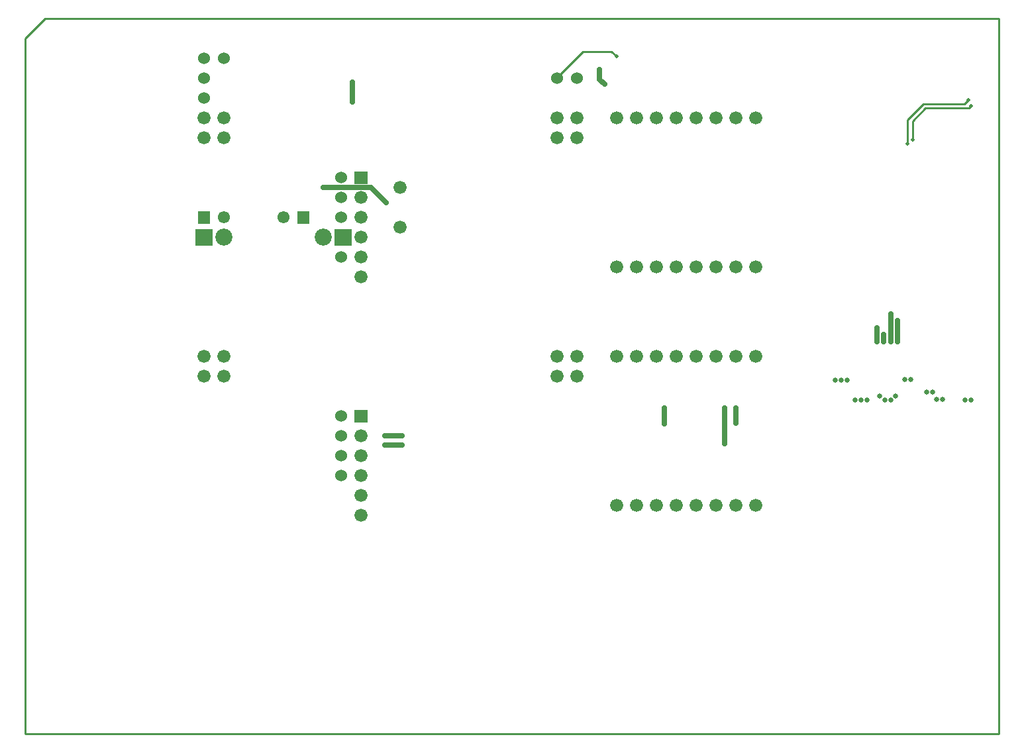
<source format=gbr>
G04 This is an RS-274x file exported by *
G04 gerbv version 2.7.0 *
G04 More information is available about gerbv at *
G04 http://gerbv.geda-project.org/ *
G04 --End of header info--*
%MOIN*%
%FSLAX36Y36*%
%IPPOS*%
G04 --Define apertures--*
%ADD10C,0.0100*%
%ADD11C,0.0250*%
%ADD12C,0.0600*%
%ADD13C,0.0200*%
%ADD14C,0.0001*%
%ADD15C,0.0800*%
%ADD16C,0.0550*%
%ADD17C,0.0380*%
%ADD18C,0.0500*%
%ADD19C,0.0300*%
%ADD20C,0.0660*%
%ADD21C,0.0260*%
%ADD22C,0.0860*%
%ADD23C,0.0610*%
G04 --Start main section--*
G01X0000000Y0000000D02*
G54D11*
G01X3520000Y1860000D02*
G01X3520000Y2040000D01*
G01X3575000Y1965000D02*
G01X3575000Y2040000D01*
G01X3215000Y2040000D02*
G01X3215000Y1960000D01*
G01X1895000Y1855000D02*
G01X1810000Y1855000D01*
G01X1810000Y1900000D02*
G01X1895000Y1900000D01*
G01X4390000Y2480000D02*
G01X4390000Y2375000D01*
G01X4355000Y2515000D02*
G01X4355000Y2375000D01*
G01X4320000Y2410000D02*
G01X4320000Y2375000D01*
G01X4285000Y2445000D02*
G01X4285000Y2375000D01*
G01X1645000Y3680000D02*
G01X1645000Y3580000D01*
G01X2890000Y3745000D02*
G01X2890000Y3695000D01*
G01X2890000Y3695000D02*
G01X2915000Y3670000D01*
G54D10*
G01X2675000Y3700000D02*
G01X2675000Y3705000D01*
G01X2675000Y3705000D02*
G01X2805000Y3835000D01*
G01X2805000Y3835000D02*
G01X2950000Y3835000D01*
G01X2950000Y3835000D02*
G01X2975000Y3810000D01*
G54D11*
G01X1500000Y3150000D02*
G01X1740000Y3150000D01*
G01X1740000Y3150000D02*
G01X1815000Y3075000D01*
G54D10*
G01X4745000Y3590000D02*
G01X4725000Y3570000D01*
G01X4760000Y3560000D02*
G01X4750000Y3550000D01*
G01X4725000Y3570000D02*
G01X4520000Y3570000D01*
G01X4520000Y3570000D02*
G01X4440000Y3490000D01*
G01X4750000Y3550000D02*
G01X4530000Y3550000D01*
G01X4530000Y3550000D02*
G01X4465000Y3485000D01*
G01X4440000Y3370000D02*
G01X4440000Y3490000D01*
G01X4465000Y3390000D02*
G01X4465000Y3485000D01*
G54D12*
G01X3275000Y1550000D03*
G01X3375000Y1550000D03*
G01X3475000Y1550000D03*
G01X3575000Y1550000D03*
G01X2975000Y1550000D03*
G01X3075000Y1550000D03*
G01X3175000Y1550000D03*
G01X3675000Y1550000D03*
G01X3075000Y2300000D03*
G01X3175000Y2300000D03*
G01X3275000Y2300000D03*
G01X3375000Y2300000D03*
G01X3475000Y2300000D03*
G01X3575000Y2300000D03*
G01X3675000Y2300000D03*
G54D13*
G01X4584990Y2085000D03*
G01X4380000Y2100000D03*
G01X4615000Y2085000D03*
G01X4730000Y2080000D03*
G01X4760000Y2080000D03*
G01X4535000Y2120000D03*
G01X4565000Y2120000D03*
G01X4425000Y2185000D03*
G01X4455000Y2185000D03*
G01X4300000Y2100000D03*
G01X4325000Y2080000D03*
G01X4355000Y2080000D03*
G01X4175000Y2080000D03*
G01X4205000Y2080000D03*
G01X4235000Y2080000D03*
G01X4075000Y2180000D03*
G01X4105000Y2180000D03*
G01X4135000Y2180000D03*
G54D12*
G01X2975000Y2300000D03*
G01X2775000Y2300000D03*
G01X2775000Y2200000D03*
G01X2675000Y2200000D03*
G01X2675000Y2300000D03*
G01X3675000Y2750000D03*
G01X3575000Y2750000D03*
G01X3475000Y2750000D03*
G01X3375000Y2750000D03*
G01X3275000Y2750000D03*
G01X3175000Y2750000D03*
G01X3075000Y2750000D03*
G01X2975000Y2750000D03*
G01X2675000Y3500000D03*
G01X2775000Y3500000D03*
G01X2675000Y3400000D03*
G01X2775000Y3400000D03*
G01X3675000Y3500000D03*
G01X3575000Y3500000D03*
G01X3475000Y3500000D03*
G01X3375000Y3500000D03*
G01X3275000Y3500000D03*
G01X3175000Y3500000D03*
G01X3075000Y3500000D03*
G01X2975000Y3500000D03*
G01X1000000Y2300000D03*
G01X1000000Y2200000D03*
G01X0900000Y2200000D03*
G01X0900000Y2300000D03*
G01X1690000Y1700000D03*
G54D14*
G36*
G01X1560000Y2940000D02*
G01X1560000Y2860000D01*
G01X1640000Y2860000D01*
G01X1640000Y2940000D01*
G01X1560000Y2940000D01*
G37*
G54D12*
G01X1690000Y1600000D03*
G01X1690000Y1500000D03*
G54D15*
G01X1500000Y2900000D03*
G54D14*
G36*
G01X1660000Y2030000D02*
G01X1660000Y1970000D01*
G01X1720000Y1970000D01*
G01X1720000Y2030000D01*
G01X1660000Y2030000D01*
G37*
G54D12*
G01X1690000Y1900000D03*
G01X1690000Y1800000D03*
G54D14*
G36*
G01X1660000Y3230000D02*
G01X1660000Y3170000D01*
G01X1720000Y3170000D01*
G01X1720000Y3230000D01*
G01X1660000Y3230000D01*
G37*
G54D12*
G01X1690000Y3100000D03*
G01X1690000Y3000000D03*
G01X1690000Y2900000D03*
G01X1690000Y2800000D03*
G01X1690000Y2700000D03*
G01X1885000Y3150000D03*
G01X1885000Y2950000D03*
G01X0900000Y3500000D03*
G01X1000000Y3500000D03*
G01X0900000Y3400000D03*
G01X1000000Y3400000D03*
G54D14*
G36*
G01X0872500Y3027500D02*
G01X0872500Y2972500D01*
G01X0927500Y2972500D01*
G01X0927500Y3027500D01*
G01X0872500Y3027500D01*
G37*
G54D16*
G01X1300000Y3000000D03*
G54D15*
G01X1000000Y2900000D03*
G54D16*
G01X1000000Y3000000D03*
G54D14*
G36*
G01X0860000Y2940000D02*
G01X0860000Y2860000D01*
G01X0940000Y2860000D01*
G01X0940000Y2940000D01*
G01X0860000Y2940000D01*
G37*
G36*
G01X1372500Y3027500D02*
G01X1372500Y2972500D01*
G01X1427500Y2972500D01*
G01X1427500Y3027500D01*
G01X1372500Y3027500D01*
G37*
G54D12*
G01X2775000Y3700000D03*
G54D13*
G01X2915000Y3670000D03*
G01X2890000Y3745000D03*
G01X2975000Y3810000D03*
G01X3215000Y1960000D03*
G01X3520000Y2040000D03*
G01X3520000Y1860000D03*
G01X3215000Y2040000D03*
G54D12*
G01X2675000Y3700000D03*
G01X1590000Y3200000D03*
G01X1590000Y3100000D03*
G54D13*
G01X1645000Y3680000D03*
G01X1645000Y3580000D03*
G01X1500000Y3150000D03*
G01X1815000Y3075000D03*
G54D12*
G01X1590000Y2800000D03*
G01X1590000Y3000000D03*
G01X1000000Y3800000D03*
G01X0900000Y3700000D03*
G01X0900000Y3800000D03*
G01X0900000Y3600000D03*
G01X1590000Y2000000D03*
G01X1590000Y1900000D03*
G01X1590000Y1800000D03*
G01X1590000Y1700000D03*
G54D13*
G01X1895000Y1855000D03*
G01X1810000Y1855000D03*
G01X1895000Y1900000D03*
G01X1810000Y1900000D03*
G01X3575000Y2040000D03*
G01X3575000Y1965000D03*
G01X4390000Y2375000D03*
G01X4355000Y2375000D03*
G01X4320000Y2375000D03*
G01X4285000Y2375000D03*
G01X4390000Y2480000D03*
G01X4355000Y2515000D03*
G01X4320000Y2410000D03*
G01X4285000Y2445000D03*
G01X4440000Y3370000D03*
G01X4465000Y3390000D03*
G01X4745000Y3590000D03*
G01X4760000Y3560000D03*
G01X0000000Y0000000D02*
G54D10*
G01X0000000Y3900000D02*
G01X0100000Y4000000D01*
G01X0100000Y4000000D02*
G01X4900000Y4000000D01*
G01X4900000Y4000000D02*
G01X4900000Y0400000D01*
G01X4900000Y0400000D02*
G01X0000000Y0400000D01*
G01X0000000Y0400000D02*
G01X0000000Y3900000D01*
G01X0000000Y0000000D02*
G54D20*
G01X3275000Y1550000D03*
G01X3375000Y1550000D03*
G01X3475000Y1550000D03*
G01X3575000Y1550000D03*
G01X2975000Y1550000D03*
G01X3075000Y1550000D03*
G01X3175000Y1550000D03*
G01X3675000Y1550000D03*
G01X3075000Y2300000D03*
G01X3175000Y2300000D03*
G01X3275000Y2300000D03*
G01X3375000Y2300000D03*
G01X3475000Y2300000D03*
G01X3575000Y2300000D03*
G01X3675000Y2300000D03*
G54D21*
G01X4584990Y2085000D03*
G01X4380000Y2100000D03*
G01X4615000Y2085000D03*
G01X4730000Y2080000D03*
G01X4760000Y2080000D03*
G01X4535000Y2120000D03*
G01X4565000Y2120000D03*
G01X4425000Y2185000D03*
G01X4455000Y2185000D03*
G01X4300000Y2100000D03*
G01X4325000Y2080000D03*
G01X4355000Y2080000D03*
G01X4175000Y2080000D03*
G01X4205000Y2080000D03*
G01X4235000Y2080000D03*
G01X4075000Y2180000D03*
G01X4105000Y2180000D03*
G01X4135000Y2180000D03*
G54D20*
G01X2975000Y2300000D03*
G01X2775000Y2300000D03*
G01X2775000Y2200000D03*
G01X2675000Y2200000D03*
G01X2675000Y2300000D03*
G01X3675000Y2750000D03*
G01X3575000Y2750000D03*
G01X3475000Y2750000D03*
G01X3375000Y2750000D03*
G01X3275000Y2750000D03*
G01X3175000Y2750000D03*
G01X3075000Y2750000D03*
G01X2975000Y2750000D03*
G01X2675000Y3500000D03*
G01X2775000Y3500000D03*
G01X2675000Y3400000D03*
G01X2775000Y3400000D03*
G01X3675000Y3500000D03*
G01X3575000Y3500000D03*
G01X3475000Y3500000D03*
G01X3375000Y3500000D03*
G01X3275000Y3500000D03*
G01X3175000Y3500000D03*
G01X3075000Y3500000D03*
G01X2975000Y3500000D03*
G01X1000000Y2300000D03*
G01X1000000Y2200000D03*
G01X0900000Y2200000D03*
G01X0900000Y2300000D03*
G01X1690000Y1700000D03*
G54D14*
G36*
G01X1557000Y2943000D02*
G01X1557000Y2857000D01*
G01X1643000Y2857000D01*
G01X1643000Y2943000D01*
G01X1557000Y2943000D01*
G37*
G54D20*
G01X1690000Y1600000D03*
G01X1690000Y1500000D03*
G54D22*
G01X1500000Y2900000D03*
G54D14*
G36*
G01X1657000Y2033000D02*
G01X1657000Y1967000D01*
G01X1723000Y1967000D01*
G01X1723000Y2033000D01*
G01X1657000Y2033000D01*
G37*
G54D20*
G01X1690000Y1900000D03*
G01X1690000Y1800000D03*
G54D14*
G36*
G01X1657000Y3233000D02*
G01X1657000Y3167000D01*
G01X1723000Y3167000D01*
G01X1723000Y3233000D01*
G01X1657000Y3233000D01*
G37*
G54D20*
G01X1690000Y3100000D03*
G01X1690000Y3000000D03*
G01X1690000Y2900000D03*
G01X1690000Y2800000D03*
G01X1690000Y2700000D03*
G01X1885000Y3150000D03*
G01X1885000Y2950000D03*
G01X0900000Y3500000D03*
G01X1000000Y3500000D03*
G01X0900000Y3400000D03*
G01X1000000Y3400000D03*
G54D14*
G36*
G01X0869500Y3030500D02*
G01X0869500Y2969500D01*
G01X0930500Y2969500D01*
G01X0930500Y3030500D01*
G01X0869500Y3030500D01*
G37*
G54D23*
G01X1300000Y3000000D03*
G54D22*
G01X1000000Y2900000D03*
G54D23*
G01X1000000Y3000000D03*
G54D14*
G36*
G01X0857000Y2943000D02*
G01X0857000Y2857000D01*
G01X0943000Y2857000D01*
G01X0943000Y2943000D01*
G01X0857000Y2943000D01*
G37*
G36*
G01X1369500Y3030500D02*
G01X1369500Y2969500D01*
G01X1430500Y2969500D01*
G01X1430500Y3030500D01*
G01X1369500Y3030500D01*
G37*
G01X0000000Y0000000D02*
G54D10*
G01X1500000Y3150000D03*
G01X1645000Y3680000D03*
G01X1645000Y3580000D03*
G01X1810000Y1900000D03*
G01X1810000Y1855000D03*
G01X1815000Y3075000D03*
G01X1895000Y1900000D03*
G01X1895000Y1855000D03*
G01X2890000Y3745000D03*
G01X2915000Y3670000D03*
G01X2975000Y3810000D03*
G01X3215000Y2040000D03*
G01X3215000Y1960000D03*
G01X3520000Y2040000D03*
G01X3520000Y1860000D03*
G01X3575000Y2040000D03*
G01X3575000Y1965000D03*
G01X4075000Y2180000D03*
G01X4105000Y2180000D03*
G01X4135000Y2180000D03*
G01X4175000Y2080000D03*
G01X4205000Y2080000D03*
G01X4235000Y2080000D03*
G01X4285000Y2445000D03*
G01X4285000Y2375000D03*
G01X4300000Y2100000D03*
G01X4320000Y2410000D03*
G01X4320000Y2375000D03*
G01X4325000Y2080000D03*
G01X4355000Y2515000D03*
G01X4355000Y2375000D03*
G01X4355000Y2080000D03*
G01X4380000Y2100000D03*
G01X4390000Y2480000D03*
G01X4390000Y2375000D03*
G01X4425000Y2185000D03*
G01X4440000Y3370000D03*
G01X4455000Y2185000D03*
G01X4465000Y3390000D03*
G01X4535000Y2120000D03*
G01X4565000Y2120000D03*
G01X4585000Y2085000D03*
G01X4615000Y2085000D03*
G01X4730000Y2080000D03*
G01X4745000Y3590000D03*
G01X4760000Y3560000D03*
G01X4760000Y2080000D03*
G54D19*
G01X0900000Y3000000D03*
G01X1000000Y3000000D03*
G01X1300000Y3000000D03*
G01X1400000Y3000000D03*
G54D17*
G01X0900000Y3800000D03*
G01X0900000Y3700000D03*
G01X0900000Y3600000D03*
G01X0900000Y3500000D03*
G01X0900000Y3400000D03*
G01X0900000Y2300000D03*
G01X0900000Y2200000D03*
G01X1000000Y3800000D03*
G01X1000000Y3500000D03*
G01X1000000Y3400000D03*
G01X1000000Y2300000D03*
G01X1000000Y2200000D03*
G01X1590000Y3200000D03*
G01X1590000Y3100000D03*
G01X1590000Y3000000D03*
G01X1590000Y2800000D03*
G01X1590000Y2000000D03*
G01X1590000Y1900000D03*
G01X1590000Y1800000D03*
G01X1590000Y1700000D03*
G01X1690000Y3200000D03*
G01X1690000Y3100000D03*
G01X1690000Y3000000D03*
G01X1690000Y2900000D03*
G01X1690000Y2800000D03*
G01X1690000Y2700000D03*
G01X1690000Y2000000D03*
G01X1690000Y1900000D03*
G01X1690000Y1800000D03*
G01X1690000Y1700000D03*
G01X1690000Y1600000D03*
G01X1690000Y1500000D03*
G01X1885000Y3150000D03*
G01X1885000Y2950000D03*
G01X2675000Y3700000D03*
G01X2675000Y3500000D03*
G01X2675000Y3400000D03*
G01X2675000Y2300000D03*
G01X2675000Y2200000D03*
G01X2775000Y3700000D03*
G01X2775000Y3500000D03*
G01X2775000Y3400000D03*
G01X2775000Y2300000D03*
G01X2775000Y2200000D03*
G01X2975000Y3500000D03*
G01X2975000Y2750000D03*
G01X2975000Y2300000D03*
G01X2975000Y1550000D03*
G01X3075000Y3500000D03*
G01X3075000Y2750000D03*
G01X3075000Y2300000D03*
G01X3075000Y1550000D03*
G01X3175000Y3500000D03*
G01X3175000Y2750000D03*
G01X3175000Y2300000D03*
G01X3175000Y1550000D03*
G01X3275000Y3500000D03*
G01X3275000Y2750000D03*
G01X3275000Y2300000D03*
G01X3275000Y1550000D03*
G01X3375000Y3500000D03*
G01X3375000Y2750000D03*
G01X3375000Y2300000D03*
G01X3375000Y1550000D03*
G01X3475000Y3500000D03*
G01X3475000Y2750000D03*
G01X3475000Y2300000D03*
G01X3475000Y1550000D03*
G01X3575000Y3500000D03*
G01X3575000Y2750000D03*
G01X3575000Y2300000D03*
G01X3575000Y1550000D03*
G01X3675000Y3500000D03*
G01X3675000Y2750000D03*
G01X3675000Y2300000D03*
G01X3675000Y1550000D03*
G54D18*
G01X0900000Y2900000D03*
G01X1000000Y2900000D03*
G01X1500000Y2900000D03*
G01X1600000Y2900000D03*
M02*

</source>
